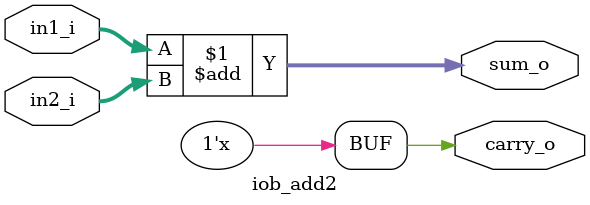
<source format=v>
`timescale 1ns / 1ps

module iob_add2 #(
   parameter W = 21
) (
   input  [W-1:0] in1_i,
   input  [W-1:0] in2_i,
   output [W-1:0] sum_o,
   output         carry_o
);
   wire [W:0] sum;
   assign sum_o   = in1_i + in2_i;
   assign carry_o = sum_o[W];
endmodule

</source>
